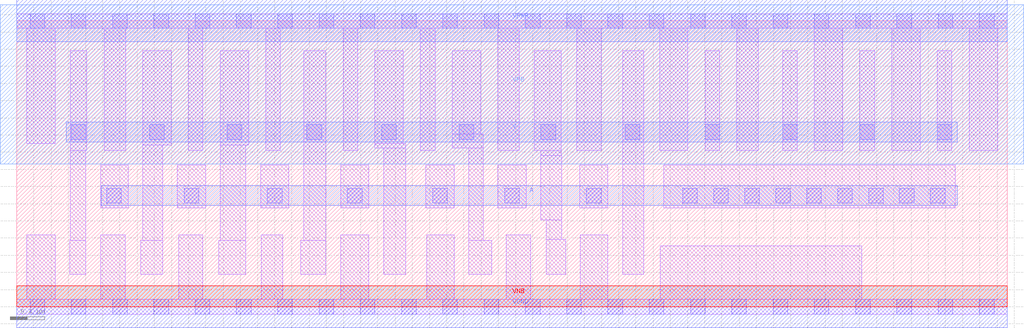
<source format=lef>
# Copyright 2020 The SkyWater PDK Authors
#
# Licensed under the Apache License, Version 2.0 (the "License");
# you may not use this file except in compliance with the License.
# You may obtain a copy of the License at
#
#     https://www.apache.org/licenses/LICENSE-2.0
#
# Unless required by applicable law or agreed to in writing, software
# distributed under the License is distributed on an "AS IS" BASIS,
# WITHOUT WARRANTIES OR CONDITIONS OF ANY KIND, either express or implied.
# See the License for the specific language governing permissions and
# limitations under the License.
#
# SPDX-License-Identifier: Apache-2.0

VERSION 5.7 ;
  NOWIREEXTENSIONATPIN ON ;
  DIVIDERCHAR "/" ;
  BUSBITCHARS "[]" ;
MACRO sky130_fd_sc_ls__clkinv_16
  CLASS CORE ;
  FOREIGN sky130_fd_sc_ls__clkinv_16 ;
  ORIGIN  0.000000  0.000000 ;
  SIZE  11.52000 BY  3.330000 ;
  SYMMETRY X Y ;
  SITE unit ;
  PIN A
    ANTENNAGATEAREA  5.040000 ;
    DIRECTION INPUT ;
    USE SIGNAL ;
    PORT
      LAYER met1 ;
        RECT 0.985000 1.180000 10.935000 1.410000 ;
    END
  END A
  PIN VNB
    PORT
      LAYER pwell ;
        RECT 0.000000 0.000000 11.520000 0.245000 ;
    END
  END VNB
  PIN VPB
    PORT
      LAYER nwell ;
        RECT -0.190000 1.660000 11.710000 3.520000 ;
    END
  END VPB
  PIN Y
    ANTENNADIFFAREA  5.040000 ;
    DIRECTION OUTPUT ;
    USE SIGNAL ;
    PORT
      LAYER met1 ;
        RECT 0.575000 1.920000 10.935000 2.150000 ;
    END
  END Y
  PIN VGND
    DIRECTION INOUT ;
    SHAPE ABUTMENT ;
    USE GROUND ;
    PORT
      LAYER met1 ;
        RECT 0.000000 -0.245000 11.520000 0.245000 ;
    END
  END VGND
  PIN VPWR
    DIRECTION INOUT ;
    SHAPE ABUTMENT ;
    USE POWER ;
    PORT
      LAYER met1 ;
        RECT 0.000000 3.085000 11.520000 3.575000 ;
    END
  END VPWR
  OBS
    LAYER li1 ;
      RECT  0.000000 -0.085000 11.520000 0.085000 ;
      RECT  0.000000  3.245000 11.520000 3.415000 ;
      RECT  0.115000  0.085000  0.445000 0.840000 ;
      RECT  0.115000  1.900000  0.445000 3.245000 ;
      RECT  0.615000  0.380000  0.805000 0.775000 ;
      RECT  0.625000  0.775000  0.805000 1.820000 ;
      RECT  0.625000  1.820000  0.815000 2.980000 ;
      RECT  0.975000  0.085000  1.260000 0.840000 ;
      RECT  0.975000  1.150000  1.295000 1.650000 ;
      RECT  1.015000  1.820000  1.265000 3.245000 ;
      RECT  1.440000  0.380000  1.700000 0.775000 ;
      RECT  1.465000  0.775000  1.695000 1.885000 ;
      RECT  1.465000  1.885000  1.795000 2.980000 ;
      RECT  1.865000  1.150000  2.195000 1.650000 ;
      RECT  1.885000  0.085000  2.165000 0.840000 ;
      RECT  1.995000  1.820000  2.165000 3.245000 ;
      RECT  2.350000  0.380000  2.665000 0.775000 ;
      RECT  2.365000  0.775000  2.665000 1.885000 ;
      RECT  2.365000  1.885000  2.695000 2.980000 ;
      RECT  2.835000  1.150000  3.165000 1.650000 ;
      RECT  2.845000  0.085000  3.095000 0.840000 ;
      RECT  2.895000  1.820000  3.065000 3.245000 ;
      RECT  3.300000  0.380000  3.595000 0.775000 ;
      RECT  3.335000  0.775000  3.595000 2.980000 ;
      RECT  3.765000  0.085000  4.095000 0.840000 ;
      RECT  3.765000  1.150000  4.095000 1.650000 ;
      RECT  3.795000  1.820000  3.965000 3.245000 ;
      RECT  4.165000  1.850000  4.525000 1.900000 ;
      RECT  4.165000  1.900000  4.495000 2.980000 ;
      RECT  4.265000  0.380000  4.525000 1.850000 ;
      RECT  4.695000  1.820000  4.865000 3.245000 ;
      RECT  4.755000  1.150000  5.085000 1.650000 ;
      RECT  4.765000  0.085000  5.085000 0.840000 ;
      RECT  5.065000  1.850000  5.425000 2.010000 ;
      RECT  5.065000  2.010000  5.395000 2.980000 ;
      RECT  5.255000  0.380000  5.525000 0.775000 ;
      RECT  5.255000  0.775000  5.425000 1.850000 ;
      RECT  5.595000  1.150000  5.925000 1.650000 ;
      RECT  5.595000  1.820000  5.845000 3.245000 ;
      RECT  5.695000  0.085000  5.980000 0.840000 ;
      RECT  6.015000  1.820000  6.330000 2.980000 ;
      RECT  6.095000  1.010000  6.340000 1.760000 ;
      RECT  6.095000  1.760000  6.330000 1.820000 ;
      RECT  6.160000  0.380000  6.385000 0.785000 ;
      RECT  6.160000  0.785000  6.340000 1.010000 ;
      RECT  6.510000  1.820000  6.795000 3.245000 ;
      RECT  6.545000  1.150000  6.875000 1.650000 ;
      RECT  6.555000  0.085000  6.875000 0.840000 ;
      RECT  7.045000  0.380000  7.290000 2.980000 ;
      RECT  7.475000  1.820000  7.805000 3.245000 ;
      RECT  7.485000  0.085000  9.825000 0.710000 ;
      RECT  7.525000  1.150000 10.915000 1.650000 ;
      RECT  8.005000  1.820000  8.175000 2.980000 ;
      RECT  8.375000  1.820000  8.625000 3.245000 ;
      RECT  8.905000  1.820000  9.075000 2.980000 ;
      RECT  9.275000  1.820000  9.605000 3.245000 ;
      RECT  9.805000  1.820000  9.975000 2.980000 ;
      RECT 10.175000  1.820000 10.505000 3.245000 ;
      RECT 10.705000  1.820000 10.875000 2.980000 ;
      RECT 11.075000  1.820000 11.405000 3.245000 ;
    LAYER mcon ;
      RECT  0.155000 -0.085000  0.325000 0.085000 ;
      RECT  0.155000  3.245000  0.325000 3.415000 ;
      RECT  0.635000 -0.085000  0.805000 0.085000 ;
      RECT  0.635000  1.950000  0.805000 2.120000 ;
      RECT  0.635000  3.245000  0.805000 3.415000 ;
      RECT  1.045000  1.210000  1.215000 1.380000 ;
      RECT  1.115000 -0.085000  1.285000 0.085000 ;
      RECT  1.115000  3.245000  1.285000 3.415000 ;
      RECT  1.545000  1.950000  1.715000 2.120000 ;
      RECT  1.595000 -0.085000  1.765000 0.085000 ;
      RECT  1.595000  3.245000  1.765000 3.415000 ;
      RECT  1.945000  1.210000  2.115000 1.380000 ;
      RECT  2.075000 -0.085000  2.245000 0.085000 ;
      RECT  2.075000  3.245000  2.245000 3.415000 ;
      RECT  2.445000  1.950000  2.615000 2.120000 ;
      RECT  2.555000 -0.085000  2.725000 0.085000 ;
      RECT  2.555000  3.245000  2.725000 3.415000 ;
      RECT  2.915000  1.210000  3.085000 1.380000 ;
      RECT  3.035000 -0.085000  3.205000 0.085000 ;
      RECT  3.035000  3.245000  3.205000 3.415000 ;
      RECT  3.375000  1.950000  3.545000 2.120000 ;
      RECT  3.515000 -0.085000  3.685000 0.085000 ;
      RECT  3.515000  3.245000  3.685000 3.415000 ;
      RECT  3.845000  1.210000  4.015000 1.380000 ;
      RECT  3.995000 -0.085000  4.165000 0.085000 ;
      RECT  3.995000  3.245000  4.165000 3.415000 ;
      RECT  4.245000  1.950000  4.415000 2.120000 ;
      RECT  4.475000 -0.085000  4.645000 0.085000 ;
      RECT  4.475000  3.245000  4.645000 3.415000 ;
      RECT  4.835000  1.210000  5.005000 1.380000 ;
      RECT  4.955000 -0.085000  5.125000 0.085000 ;
      RECT  4.955000  3.245000  5.125000 3.415000 ;
      RECT  5.145000  1.950000  5.315000 2.120000 ;
      RECT  5.435000 -0.085000  5.605000 0.085000 ;
      RECT  5.435000  3.245000  5.605000 3.415000 ;
      RECT  5.675000  1.210000  5.845000 1.380000 ;
      RECT  5.915000 -0.085000  6.085000 0.085000 ;
      RECT  5.915000  3.245000  6.085000 3.415000 ;
      RECT  6.095000  1.950000  6.265000 2.120000 ;
      RECT  6.395000 -0.085000  6.565000 0.085000 ;
      RECT  6.395000  3.245000  6.565000 3.415000 ;
      RECT  6.625000  1.210000  6.795000 1.380000 ;
      RECT  6.875000 -0.085000  7.045000 0.085000 ;
      RECT  6.875000  3.245000  7.045000 3.415000 ;
      RECT  7.075000  1.950000  7.245000 2.120000 ;
      RECT  7.355000 -0.085000  7.525000 0.085000 ;
      RECT  7.355000  3.245000  7.525000 3.415000 ;
      RECT  7.745000  1.210000  7.915000 1.380000 ;
      RECT  7.835000 -0.085000  8.005000 0.085000 ;
      RECT  7.835000  3.245000  8.005000 3.415000 ;
      RECT  8.005000  1.950000  8.175000 2.120000 ;
      RECT  8.105000  1.210000  8.275000 1.380000 ;
      RECT  8.315000 -0.085000  8.485000 0.085000 ;
      RECT  8.315000  3.245000  8.485000 3.415000 ;
      RECT  8.465000  1.210000  8.635000 1.380000 ;
      RECT  8.795000 -0.085000  8.965000 0.085000 ;
      RECT  8.795000  3.245000  8.965000 3.415000 ;
      RECT  8.825000  1.210000  8.995000 1.380000 ;
      RECT  8.905000  1.950000  9.075000 2.120000 ;
      RECT  9.185000  1.210000  9.355000 1.380000 ;
      RECT  9.275000 -0.085000  9.445000 0.085000 ;
      RECT  9.275000  3.245000  9.445000 3.415000 ;
      RECT  9.545000  1.210000  9.715000 1.380000 ;
      RECT  9.755000 -0.085000  9.925000 0.085000 ;
      RECT  9.755000  3.245000  9.925000 3.415000 ;
      RECT  9.805000  1.950000  9.975000 2.120000 ;
      RECT  9.905000  1.210000 10.075000 1.380000 ;
      RECT 10.235000 -0.085000 10.405000 0.085000 ;
      RECT 10.235000  3.245000 10.405000 3.415000 ;
      RECT 10.265000  1.210000 10.435000 1.380000 ;
      RECT 10.625000  1.210000 10.795000 1.380000 ;
      RECT 10.705000  1.950000 10.875000 2.120000 ;
      RECT 10.715000 -0.085000 10.885000 0.085000 ;
      RECT 10.715000  3.245000 10.885000 3.415000 ;
      RECT 11.195000 -0.085000 11.365000 0.085000 ;
      RECT 11.195000  3.245000 11.365000 3.415000 ;
  END
END sky130_fd_sc_ls__clkinv_16
END LIBRARY

</source>
